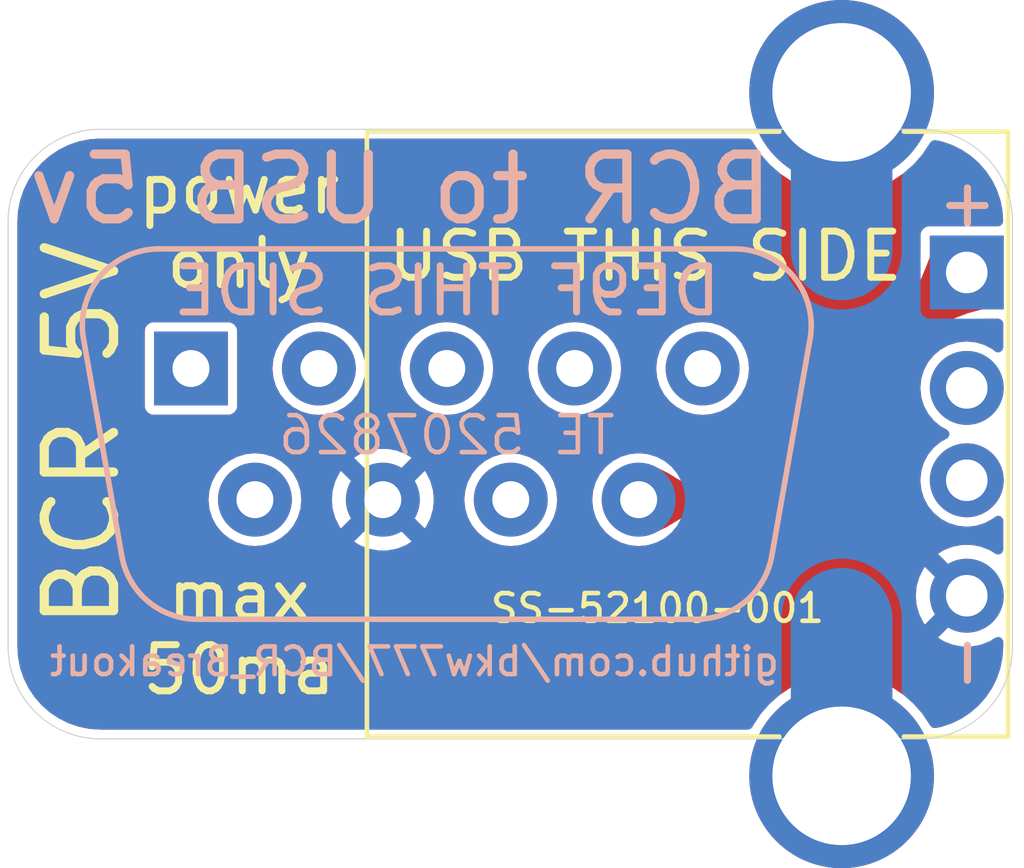
<source format=kicad_pcb>
(kicad_pcb (version 20240108) (generator "pcbnew") (generator_version "8.0")
  (title_block (title "BCR_USB_PWR") (date "2025-03-23") (rev "002") (company "Brian K. White") (comment 1 "github.com/bkw777/BCR_Breakout") (comment 2 "CC-BY-SA"))
  (layers (0 "F.Cu" signal) (31 "B.Cu" signal) (34 "B.Paste" user) (35 "F.Paste" user) (36 "B.SilkS" user "B.Silkscreen") (37 "F.SilkS" user "F.Silkscreen") (38 "B.Mask" user) (39 "F.Mask" user) (44 "Edge.Cuts" user))
  (net 0 "")
  (net 1 "/+5V")
  (net 2 "/GND")
  (net 7 "/RXD")
  (footprint "0_LOCAL:USB_A_Female_UE27AC54100_cut" (layer "F.Cu") (at 135.55 95.758 -90)
    (property "Reference" "CN2" (hide yes))
    (property "Value" "USB_A_Female")
    (fp_line (start 6.55 10.28) (end -6.55 10.28) (stroke (width 0.1)) (layer "F.SilkS"))
    (fp_line (start -6.55 1.35) (end -6.55 10.28) (stroke (width 0.1)) (layer "F.SilkS"))
    (fp_line (start 6.55 1.35) (end 6.55 10.28) (stroke (width 0.1)) (layer "F.SilkS"))
    (fp_line (start -6.55 -3.6) (end -6.55 -1.35) (stroke (width 0.1)) (layer "F.SilkS"))
    (fp_line (start -6.55 -3.6) (end 6.55 -3.6) (stroke (width 0.1)) (layer "F.SilkS"))
    (fp_line (start 6.55 -3.6) (end 6.55 -1.35) (stroke (width 0.1)) (layer "F.SilkS"))
    (pad "1" thru_hole rect (at -3.5 -2.71 270) (size 1.6 1.6) (drill 0.9) (layers "*.Cu" "*.Mask") (net 1 "/+5V"))
    (pad "2" thru_hole circle (at -1 -2.71 270) (size 1.6 1.6) (drill 0.9) (layers "*.Cu" "*.Mask"))
    (pad "3" thru_hole circle (at 1 -2.71 270) (size 1.6 1.6) (drill 0.9) (layers "*.Cu" "*.Mask"))
    (pad "4" thru_hole circle (at 3.5 -2.71 270) (size 1.6 1.6) (drill 0.9) (layers "*.Cu" "*.Mask") (net 2 "/GND"))
    (pad "SH" thru_hole circle (at -7.4 0 270) (size 4 4) (drill 3) (layers "*.Cu" "*.Mask"))
    (pad "SH" smd oval (at -6.8 0 270) (size 4.8 2.2) (drill (offset 1.5 0)) (layers "B.Cu" "B.Paste" "B.Mask"))
    (pad "SH" smd oval (at 6.8 0 270) (size 4.8 2.2) (drill (offset -1.5 0)) (layers "B.Cu" "B.Paste" "B.Mask"))
    (pad "SH" thru_hole circle (at 7.4 0 270) (size 4 4) (drill 3) (layers "*.Cu" "*.Mask"))
  )
  (footprint "0_LOCAL:TE-5207826_cut" (layer "B.Cu") (at 127 95.758 180)
    (property "Reference" "CN1" (hide yes))
    (property "Value" "DB9_Female")
    (fp_line (start 7.037733 -2.638256) (end 7.86647 2.061744) (stroke (width 0.12)) (layer "B.SilkS"))
    (fp_line (start 6.231689 4.01) (end -6.231689 4.01) (stroke (width 0.12)) (layer "B.SilkS"))
    (fp_line (start 5.402952 -4.01) (end -5.402952 -4.01) (stroke (width 0.12)) (layer "B.SilkS"))
    (fp_line (start -7.037733 -2.638256) (end -7.86647 2.061744) (stroke (width 0.12)) (layer "B.SilkS"))
    (fp_arc (start 7.86647 2.061744) (mid 7.503323 3.417024) (end 6.231689 4.01) (stroke (width 0.12)) (layer "B.SilkS"))
    (fp_arc (start 5.402952 -4.01) (mid 6.469984 -3.621637) (end 7.037733 -2.638256) (stroke (width 0.12)) (layer "B.SilkS"))
    (fp_arc (start -6.231689 4.01) (mid -7.503323 3.417028) (end -7.86647 2.061744) (stroke (width 0.12)) (layer "B.SilkS"))
    (fp_arc (start -7.037733 -2.638256) (mid -6.469979 -3.621633) (end -5.402952 -4.01) (stroke (width 0.12)) (layer "B.SilkS"))
    (pad "1" thru_hole rect (at 5.54 1.42 180) (size 1.6 1.6) (drill 0.8) (layers "*.Cu" "*.Mask"))
    (pad "2" thru_hole circle (at 2.77 1.42 180) (size 1.6 1.6) (drill 0.8) (layers "*.Cu" "*.Mask") (net 7 "/RXD"))
    (pad "3" thru_hole circle (at 0 1.42 180) (size 1.6 1.6) (drill 0.8) (layers "*.Cu" "*.Mask"))
    (pad "4" thru_hole circle (at -2.77 1.42 180) (size 1.6 1.6) (drill 0.8) (layers "*.Cu" "*.Mask"))
    (pad "5" thru_hole circle (at -5.54 1.42 180) (size 1.6 1.6) (drill 0.8) (layers "*.Cu" "*.Mask"))
    (pad "6" thru_hole circle (at 4.155 -1.42 180) (size 1.6 1.6) (drill 0.8) (layers "*.Cu" "*.Mask"))
    (pad "7" thru_hole circle (at 1.385 -1.42 180) (size 1.6 1.6) (drill 0.8) (layers "*.Cu" "*.Mask") (net 2 "/GND"))
    (pad "8" thru_hole circle (at -1.385 -1.42 180) (size 1.6 1.6) (drill 0.8) (layers "*.Cu" "*.Mask"))
    (pad "9" thru_hole circle (at -4.155 -1.42 180) (size 1.6 1.6) (drill 0.8) (layers "*.Cu" "*.Mask") (net 1 "/+5V"))
  )
  (gr_line (start 139.25 100.358) (end 139.25 91.158) (stroke (width 0.025)) (layer "Edge.Cuts"))
  (gr_line (start 137.25 89.158) (end 119.5 89.158) (stroke (width 0.025)) (layer "Edge.Cuts"))
  (gr_line (start 117.5 100.358) (end 117.5 91.158) (stroke (width 0.025)) (layer "Edge.Cuts"))
  (gr_arc (start 137.25 89.158) (mid 138.664214 89.743786) (end 139.25 91.158) (stroke (width 0.025)) (layer "Edge.Cuts"))
  (gr_arc (start 139.25 100.358) (mid 138.664214 101.772214) (end 137.25 102.358) (stroke (width 0.025)) (layer "Edge.Cuts"))
  (gr_arc (start 117.5 91.158) (mid 118.085786 89.743786) (end 119.5 89.158) (stroke (width 0.025)) (layer "Edge.Cuts"))
  (gr_arc (start 119.5 102.358) (mid 118.085786 101.772214) (end 117.5 100.358) (stroke (width 0.025)) (layer "Edge.Cuts"))
  (gr_line (start 137.25 102.358) (end 119.5 102.358) (stroke (width 0.025)) (layer "Edge.Cuts"))
  (gr_text "${COMMENT1}" (at 126.3 100.683 0) (layer "B.SilkS") (effects (font (size 0.6 0.6) (thickness 0.1)) (justify mirror)))
  (gr_text "TE 5207826" (at 127 95.783 0) (layer "B.SilkS") (effects (font (size 0.8 0.8) (thickness 0.1)) (justify mirror)))
  (gr_text "BCR to USB 5v" (at 126 90.458 0) (layer "B.SilkS") (effects (font (size 1.4 1.4) (thickness 0.2)) (justify mirror)))
  (gr_text "-" (at 138.2 100.708 90) (layer "B.SilkS") (effects (font (size 1 1)) (justify mirror)))
  (gr_text "+" (at 138.2 90.808 90) (layer "B.SilkS") (effects (font (size 1 1)) (justify mirror)))
  (gr_text "DE9F THIS SIDE" (at 127 92.658 0) (layer "B.SilkS") (effects (font (size 1 1)) (justify mirror)))
  (gr_text "SS-52100-001" (at 131.56 99.528 0) (layer "F.SilkS") (effects (font (size 0.6 0.6) (thickness 0.1))))
  (gr_text "+" (at 138.2 90.808 90) (layer "F.SilkS") (effects (font (size 1 1))))
  (gr_text "-" (at 138.2 100.708 90) (layer "F.SilkS") (effects (font (size 1 1))))
  (gr_text "USB THIS SIDE" (at 131.3 91.908 0) (layer "F.SilkS") (effects (font (size 1 1))))
  (gr_text "BCR 5V" (at 119.1 95.758 90) (layer "F.SilkS") (effects (font (size 1.5 1.5) (thickness 0.2))))
  (gr_text "max\n50ma" (at 122.5 100.058 0) (layer "F.SilkS") (effects (font (size 1 1))))
  (gr_text "power\nonly" (at 122.5 91.258 0) (layer "F.SilkS") (effects (font (size 1 1))))
  (segment (start 138.26 92.258) (end 133.34 97.178) (width 0.5) (layer "F.Cu") (net 1))
  (segment (start 133.34 97.178) (end 131.155 97.178) (width 0.5) (layer "F.Cu") (net 1))
  (zone (net 2) (net_name "/GND") (layers "F&B.Cu") (connect_pads (clearance 0.2)) (min_thickness 0.22) (fill yes (thermal_gap 0.3) (thermal_bridge_width 0.4) (smoothing fillet) (radius 0.1))
    (polygon (pts (xy 117.5 89.158) (xy 117.5 102.358) (xy 139.25 102.358) (xy 139.25 89.158)))
  )
)
</source>
